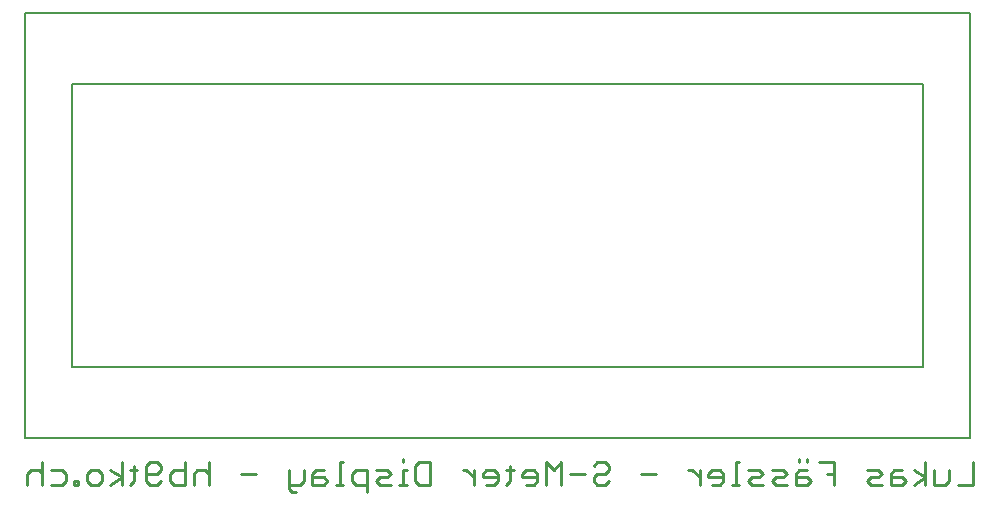
<source format=gbo>
G75*
%MOIN*%
%OFA0B0*%
%FSLAX25Y25*%
%IPPOS*%
%LPD*%
%AMOC8*
5,1,8,0,0,1.08239X$1,22.5*
%
%ADD10C,0.01100*%
%ADD11C,0.00800*%
D10*
X0062618Y0046522D02*
X0062618Y0050275D01*
X0063869Y0051526D01*
X0066371Y0051526D01*
X0067622Y0050275D01*
X0070536Y0051526D02*
X0074290Y0051526D01*
X0075541Y0050275D01*
X0075541Y0047773D01*
X0074290Y0046522D01*
X0070536Y0046522D01*
X0067622Y0046522D02*
X0067622Y0054028D01*
X0078249Y0047773D02*
X0078249Y0046522D01*
X0079500Y0046522D01*
X0079500Y0047773D01*
X0078249Y0047773D01*
X0082414Y0047773D02*
X0082414Y0050275D01*
X0083666Y0051526D01*
X0086168Y0051526D01*
X0087419Y0050275D01*
X0087419Y0047773D01*
X0086168Y0046522D01*
X0083666Y0046522D01*
X0082414Y0047773D01*
X0090264Y0046522D02*
X0094018Y0049024D01*
X0090264Y0051526D01*
X0094018Y0054028D02*
X0094018Y0046522D01*
X0096795Y0046522D02*
X0098046Y0047773D01*
X0098046Y0052777D01*
X0099297Y0051526D02*
X0096795Y0051526D01*
X0102211Y0052777D02*
X0103462Y0054028D01*
X0105965Y0054028D01*
X0107216Y0052777D01*
X0107216Y0051526D01*
X0105965Y0050275D01*
X0102211Y0050275D01*
X0102211Y0047773D02*
X0102211Y0052777D01*
X0110130Y0050275D02*
X0111381Y0051526D01*
X0115134Y0051526D01*
X0115134Y0054028D02*
X0115134Y0046522D01*
X0111381Y0046522D01*
X0110130Y0047773D01*
X0110130Y0050275D01*
X0107216Y0047773D02*
X0105965Y0046522D01*
X0103462Y0046522D01*
X0102211Y0047773D01*
X0118049Y0046522D02*
X0118049Y0050275D01*
X0119300Y0051526D01*
X0121802Y0051526D01*
X0123053Y0050275D01*
X0123053Y0054028D02*
X0123053Y0046522D01*
X0133886Y0050275D02*
X0138891Y0050275D01*
X0149724Y0051526D02*
X0149724Y0045271D01*
X0150975Y0044020D01*
X0152226Y0044020D01*
X0153477Y0046522D02*
X0149724Y0046522D01*
X0153477Y0046522D02*
X0154728Y0047773D01*
X0154728Y0051526D01*
X0157643Y0050275D02*
X0157643Y0046522D01*
X0161396Y0046522D01*
X0162647Y0047773D01*
X0161396Y0049024D01*
X0157643Y0049024D01*
X0157643Y0050275D02*
X0158894Y0051526D01*
X0161396Y0051526D01*
X0166675Y0054028D02*
X0166675Y0046522D01*
X0167926Y0046522D02*
X0165424Y0046522D01*
X0170841Y0047773D02*
X0172092Y0046522D01*
X0175845Y0046522D01*
X0175845Y0044020D02*
X0175845Y0051526D01*
X0172092Y0051526D01*
X0170841Y0050275D01*
X0170841Y0047773D01*
X0178759Y0047773D02*
X0180010Y0049024D01*
X0182513Y0049024D01*
X0183764Y0050275D01*
X0182513Y0051526D01*
X0178759Y0051526D01*
X0178759Y0047773D02*
X0180010Y0046522D01*
X0183764Y0046522D01*
X0186541Y0046522D02*
X0189043Y0046522D01*
X0187792Y0046522D02*
X0187792Y0051526D01*
X0189043Y0051526D01*
X0187792Y0054028D02*
X0187792Y0055279D01*
X0191957Y0052777D02*
X0193208Y0054028D01*
X0196962Y0054028D01*
X0196962Y0046522D01*
X0193208Y0046522D01*
X0191957Y0047773D01*
X0191957Y0052777D01*
X0207726Y0051526D02*
X0208977Y0051526D01*
X0211479Y0049024D01*
X0211479Y0046522D02*
X0211479Y0051526D01*
X0214394Y0050275D02*
X0214394Y0049024D01*
X0219398Y0049024D01*
X0219398Y0050275D02*
X0218147Y0051526D01*
X0215645Y0051526D01*
X0214394Y0050275D01*
X0215645Y0046522D02*
X0218147Y0046522D01*
X0219398Y0047773D01*
X0219398Y0050275D01*
X0222175Y0051526D02*
X0224677Y0051526D01*
X0223426Y0052777D02*
X0223426Y0047773D01*
X0222175Y0046522D01*
X0227592Y0049024D02*
X0232596Y0049024D01*
X0232596Y0050275D02*
X0231345Y0051526D01*
X0228843Y0051526D01*
X0227592Y0050275D01*
X0227592Y0049024D01*
X0228843Y0046522D02*
X0231345Y0046522D01*
X0232596Y0047773D01*
X0232596Y0050275D01*
X0235511Y0054028D02*
X0235511Y0046522D01*
X0240515Y0046522D02*
X0240515Y0054028D01*
X0238013Y0051526D01*
X0235511Y0054028D01*
X0243429Y0050275D02*
X0248434Y0050275D01*
X0251348Y0049024D02*
X0251348Y0047773D01*
X0252599Y0046522D01*
X0255101Y0046522D01*
X0256352Y0047773D01*
X0252599Y0050275D02*
X0251348Y0049024D01*
X0252599Y0050275D02*
X0255101Y0050275D01*
X0256352Y0051526D01*
X0256352Y0052777D01*
X0255101Y0054028D01*
X0252599Y0054028D01*
X0251348Y0052777D01*
X0267186Y0050275D02*
X0272190Y0050275D01*
X0282954Y0051526D02*
X0284205Y0051526D01*
X0286708Y0049024D01*
X0286708Y0046522D02*
X0286708Y0051526D01*
X0289622Y0050275D02*
X0289622Y0049024D01*
X0294626Y0049024D01*
X0294626Y0047773D02*
X0294626Y0050275D01*
X0293375Y0051526D01*
X0290873Y0051526D01*
X0289622Y0050275D01*
X0290873Y0046522D02*
X0293375Y0046522D01*
X0294626Y0047773D01*
X0297403Y0046522D02*
X0299905Y0046522D01*
X0298654Y0046522D02*
X0298654Y0054028D01*
X0299905Y0054028D01*
X0302820Y0051526D02*
X0306573Y0051526D01*
X0307824Y0050275D01*
X0306573Y0049024D01*
X0304071Y0049024D01*
X0302820Y0047773D01*
X0304071Y0046522D01*
X0307824Y0046522D01*
X0310739Y0047773D02*
X0311990Y0049024D01*
X0314492Y0049024D01*
X0315743Y0050275D01*
X0314492Y0051526D01*
X0310739Y0051526D01*
X0310739Y0047773D02*
X0311990Y0046522D01*
X0315743Y0046522D01*
X0318658Y0046522D02*
X0322411Y0046522D01*
X0323662Y0047773D01*
X0322411Y0049024D01*
X0318658Y0049024D01*
X0318658Y0050275D02*
X0318658Y0046522D01*
X0318658Y0050275D02*
X0319909Y0051526D01*
X0322411Y0051526D01*
X0322411Y0054028D02*
X0322411Y0055279D01*
X0319909Y0055279D02*
X0319909Y0054028D01*
X0326576Y0054028D02*
X0331581Y0054028D01*
X0331581Y0046522D01*
X0331581Y0050275D02*
X0329078Y0050275D01*
X0342414Y0051526D02*
X0346167Y0051526D01*
X0347418Y0050275D01*
X0346167Y0049024D01*
X0343665Y0049024D01*
X0342414Y0047773D01*
X0343665Y0046522D01*
X0347418Y0046522D01*
X0350333Y0046522D02*
X0354086Y0046522D01*
X0355337Y0047773D01*
X0354086Y0049024D01*
X0350333Y0049024D01*
X0350333Y0050275D02*
X0350333Y0046522D01*
X0350333Y0050275D02*
X0351584Y0051526D01*
X0354086Y0051526D01*
X0358183Y0051526D02*
X0361936Y0049024D01*
X0358183Y0046522D01*
X0361936Y0046522D02*
X0361936Y0054028D01*
X0364850Y0051526D02*
X0364850Y0046522D01*
X0368603Y0046522D01*
X0369855Y0047773D01*
X0369855Y0051526D01*
X0372769Y0046522D02*
X0377773Y0046522D01*
X0377773Y0054028D01*
X0167926Y0054028D02*
X0166675Y0054028D01*
D11*
X0077556Y0085705D02*
X0361020Y0085705D01*
X0361020Y0180193D01*
X0077556Y0180193D01*
X0077556Y0085705D01*
X0061808Y0062083D02*
X0376768Y0062083D01*
X0376768Y0203815D01*
X0061808Y0203815D01*
X0061808Y0062083D01*
M02*

</source>
